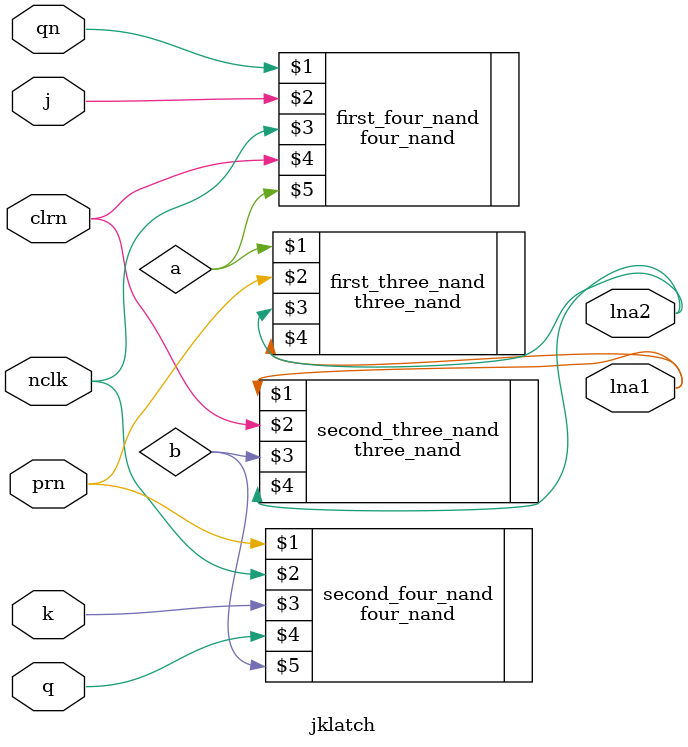
<source format=v>
module jklatch(prn, j, k, nclk, clrn, q, qn, lna1, lna2);
	input prn, j, k, nclk, clrn;
	wire a, b;
	inout q, qn;
	output lna1, lna2;
	four_nand first_four_nand(qn, j, nclk, clrn, a);
	four_nand second_four_nand(prn, nclk, k, q, b);
	three_nand first_three_nand(a, prn, lna2, lna1);
	three_nand second_three_nand(lna1, clrn, b, lna2);
endmodule

</source>
